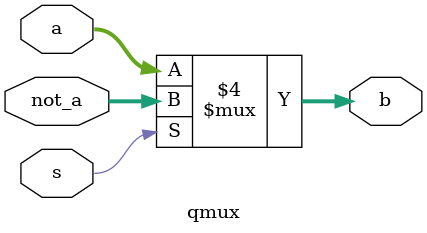
<source format=v>
module qmux(a,not_a,s,b);
input[3:0] a,not_a;
input s;
output reg[3:0]b;

always @(a or not_a or s)
if(s==0)
b = a;
else
b = not_a;

endmodule 
</source>
